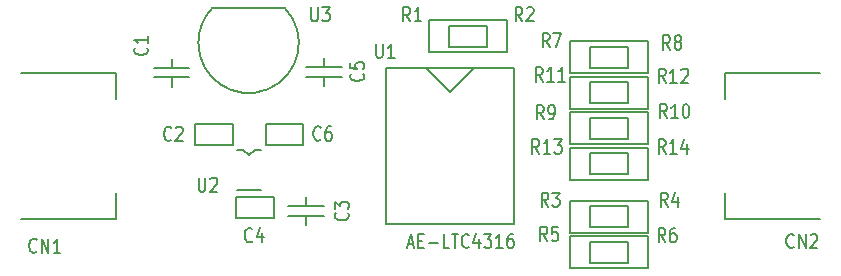
<source format=gbr>
%TF.GenerationSoftware,KiCad,Pcbnew,7.0.10*%
%TF.CreationDate,2024-03-29T17:01:24+09:00*%
%TF.ProjectId,HD-AK4316,48442d41-4b34-4333-9136-2e6b69636164,rev?*%
%TF.SameCoordinates,Original*%
%TF.FileFunction,Legend,Top*%
%TF.FilePolarity,Positive*%
%FSLAX46Y46*%
G04 Gerber Fmt 4.6, Leading zero omitted, Abs format (unit mm)*
G04 Created by KiCad (PCBNEW 7.0.10) date 2024-03-29 17:01:24*
%MOMM*%
%LPD*%
G01*
G04 APERTURE LIST*
%ADD10C,0.200000*%
%ADD11C,0.152400*%
G04 APERTURE END LIST*
D10*
X158922054Y-70799885D02*
X159398244Y-70799885D01*
X158826816Y-71142742D02*
X159160149Y-69942742D01*
X159160149Y-69942742D02*
X159493482Y-71142742D01*
X159826816Y-70514171D02*
X160160149Y-70514171D01*
X160303006Y-71142742D02*
X159826816Y-71142742D01*
X159826816Y-71142742D02*
X159826816Y-69942742D01*
X159826816Y-69942742D02*
X160303006Y-69942742D01*
X160731578Y-70685600D02*
X161493483Y-70685600D01*
X162445863Y-71142742D02*
X161969673Y-71142742D01*
X161969673Y-71142742D02*
X161969673Y-69942742D01*
X162636340Y-69942742D02*
X163207768Y-69942742D01*
X162922054Y-71142742D02*
X162922054Y-69942742D01*
X164112530Y-71028457D02*
X164064911Y-71085600D01*
X164064911Y-71085600D02*
X163922054Y-71142742D01*
X163922054Y-71142742D02*
X163826816Y-71142742D01*
X163826816Y-71142742D02*
X163683959Y-71085600D01*
X163683959Y-71085600D02*
X163588721Y-70971314D01*
X163588721Y-70971314D02*
X163541102Y-70857028D01*
X163541102Y-70857028D02*
X163493483Y-70628457D01*
X163493483Y-70628457D02*
X163493483Y-70457028D01*
X163493483Y-70457028D02*
X163541102Y-70228457D01*
X163541102Y-70228457D02*
X163588721Y-70114171D01*
X163588721Y-70114171D02*
X163683959Y-69999885D01*
X163683959Y-69999885D02*
X163826816Y-69942742D01*
X163826816Y-69942742D02*
X163922054Y-69942742D01*
X163922054Y-69942742D02*
X164064911Y-69999885D01*
X164064911Y-69999885D02*
X164112530Y-70057028D01*
X164969673Y-70342742D02*
X164969673Y-71142742D01*
X164731578Y-69885600D02*
X164493483Y-70742742D01*
X164493483Y-70742742D02*
X165112530Y-70742742D01*
X165398245Y-69942742D02*
X166017292Y-69942742D01*
X166017292Y-69942742D02*
X165683959Y-70399885D01*
X165683959Y-70399885D02*
X165826816Y-70399885D01*
X165826816Y-70399885D02*
X165922054Y-70457028D01*
X165922054Y-70457028D02*
X165969673Y-70514171D01*
X165969673Y-70514171D02*
X166017292Y-70628457D01*
X166017292Y-70628457D02*
X166017292Y-70914171D01*
X166017292Y-70914171D02*
X165969673Y-71028457D01*
X165969673Y-71028457D02*
X165922054Y-71085600D01*
X165922054Y-71085600D02*
X165826816Y-71142742D01*
X165826816Y-71142742D02*
X165541102Y-71142742D01*
X165541102Y-71142742D02*
X165445864Y-71085600D01*
X165445864Y-71085600D02*
X165398245Y-71028457D01*
X166969673Y-71142742D02*
X166398245Y-71142742D01*
X166683959Y-71142742D02*
X166683959Y-69942742D01*
X166683959Y-69942742D02*
X166588721Y-70114171D01*
X166588721Y-70114171D02*
X166493483Y-70228457D01*
X166493483Y-70228457D02*
X166398245Y-70285600D01*
X167826816Y-69942742D02*
X167636340Y-69942742D01*
X167636340Y-69942742D02*
X167541102Y-69999885D01*
X167541102Y-69999885D02*
X167493483Y-70057028D01*
X167493483Y-70057028D02*
X167398245Y-70228457D01*
X167398245Y-70228457D02*
X167350626Y-70457028D01*
X167350626Y-70457028D02*
X167350626Y-70914171D01*
X167350626Y-70914171D02*
X167398245Y-71028457D01*
X167398245Y-71028457D02*
X167445864Y-71085600D01*
X167445864Y-71085600D02*
X167541102Y-71142742D01*
X167541102Y-71142742D02*
X167731578Y-71142742D01*
X167731578Y-71142742D02*
X167826816Y-71085600D01*
X167826816Y-71085600D02*
X167874435Y-71028457D01*
X167874435Y-71028457D02*
X167922054Y-70914171D01*
X167922054Y-70914171D02*
X167922054Y-70628457D01*
X167922054Y-70628457D02*
X167874435Y-70514171D01*
X167874435Y-70514171D02*
X167826816Y-70457028D01*
X167826816Y-70457028D02*
X167731578Y-70399885D01*
X167731578Y-70399885D02*
X167541102Y-70399885D01*
X167541102Y-70399885D02*
X167445864Y-70457028D01*
X167445864Y-70457028D02*
X167398245Y-70514171D01*
X167398245Y-70514171D02*
X167350626Y-70628457D01*
X170933333Y-54144742D02*
X170600000Y-53573314D01*
X170361905Y-54144742D02*
X170361905Y-52944742D01*
X170361905Y-52944742D02*
X170742857Y-52944742D01*
X170742857Y-52944742D02*
X170838095Y-53001885D01*
X170838095Y-53001885D02*
X170885714Y-53059028D01*
X170885714Y-53059028D02*
X170933333Y-53173314D01*
X170933333Y-53173314D02*
X170933333Y-53344742D01*
X170933333Y-53344742D02*
X170885714Y-53459028D01*
X170885714Y-53459028D02*
X170838095Y-53516171D01*
X170838095Y-53516171D02*
X170742857Y-53573314D01*
X170742857Y-53573314D02*
X170361905Y-53573314D01*
X171266667Y-52944742D02*
X171933333Y-52944742D01*
X171933333Y-52944742D02*
X171504762Y-54144742D01*
X151558333Y-61930457D02*
X151510714Y-61987600D01*
X151510714Y-61987600D02*
X151367857Y-62044742D01*
X151367857Y-62044742D02*
X151272619Y-62044742D01*
X151272619Y-62044742D02*
X151129762Y-61987600D01*
X151129762Y-61987600D02*
X151034524Y-61873314D01*
X151034524Y-61873314D02*
X150986905Y-61759028D01*
X150986905Y-61759028D02*
X150939286Y-61530457D01*
X150939286Y-61530457D02*
X150939286Y-61359028D01*
X150939286Y-61359028D02*
X150986905Y-61130457D01*
X150986905Y-61130457D02*
X151034524Y-61016171D01*
X151034524Y-61016171D02*
X151129762Y-60901885D01*
X151129762Y-60901885D02*
X151272619Y-60844742D01*
X151272619Y-60844742D02*
X151367857Y-60844742D01*
X151367857Y-60844742D02*
X151510714Y-60901885D01*
X151510714Y-60901885D02*
X151558333Y-60959028D01*
X152415476Y-60844742D02*
X152225000Y-60844742D01*
X152225000Y-60844742D02*
X152129762Y-60901885D01*
X152129762Y-60901885D02*
X152082143Y-60959028D01*
X152082143Y-60959028D02*
X151986905Y-61130457D01*
X151986905Y-61130457D02*
X151939286Y-61359028D01*
X151939286Y-61359028D02*
X151939286Y-61816171D01*
X151939286Y-61816171D02*
X151986905Y-61930457D01*
X151986905Y-61930457D02*
X152034524Y-61987600D01*
X152034524Y-61987600D02*
X152129762Y-62044742D01*
X152129762Y-62044742D02*
X152320238Y-62044742D01*
X152320238Y-62044742D02*
X152415476Y-61987600D01*
X152415476Y-61987600D02*
X152463095Y-61930457D01*
X152463095Y-61930457D02*
X152510714Y-61816171D01*
X152510714Y-61816171D02*
X152510714Y-61530457D01*
X152510714Y-61530457D02*
X152463095Y-61416171D01*
X152463095Y-61416171D02*
X152415476Y-61359028D01*
X152415476Y-61359028D02*
X152320238Y-61301885D01*
X152320238Y-61301885D02*
X152129762Y-61301885D01*
X152129762Y-61301885D02*
X152034524Y-61359028D01*
X152034524Y-61359028D02*
X151986905Y-61416171D01*
X151986905Y-61416171D02*
X151939286Y-61530457D01*
X170357142Y-57044742D02*
X170023809Y-56473314D01*
X169785714Y-57044742D02*
X169785714Y-55844742D01*
X169785714Y-55844742D02*
X170166666Y-55844742D01*
X170166666Y-55844742D02*
X170261904Y-55901885D01*
X170261904Y-55901885D02*
X170309523Y-55959028D01*
X170309523Y-55959028D02*
X170357142Y-56073314D01*
X170357142Y-56073314D02*
X170357142Y-56244742D01*
X170357142Y-56244742D02*
X170309523Y-56359028D01*
X170309523Y-56359028D02*
X170261904Y-56416171D01*
X170261904Y-56416171D02*
X170166666Y-56473314D01*
X170166666Y-56473314D02*
X169785714Y-56473314D01*
X171309523Y-57044742D02*
X170738095Y-57044742D01*
X171023809Y-57044742D02*
X171023809Y-55844742D01*
X171023809Y-55844742D02*
X170928571Y-56016171D01*
X170928571Y-56016171D02*
X170833333Y-56130457D01*
X170833333Y-56130457D02*
X170738095Y-56187600D01*
X172261904Y-57044742D02*
X171690476Y-57044742D01*
X171976190Y-57044742D02*
X171976190Y-55844742D01*
X171976190Y-55844742D02*
X171880952Y-56016171D01*
X171880952Y-56016171D02*
X171785714Y-56130457D01*
X171785714Y-56130457D02*
X171690476Y-56187600D01*
X156238095Y-53844742D02*
X156238095Y-54816171D01*
X156238095Y-54816171D02*
X156285714Y-54930457D01*
X156285714Y-54930457D02*
X156333333Y-54987600D01*
X156333333Y-54987600D02*
X156428571Y-55044742D01*
X156428571Y-55044742D02*
X156619047Y-55044742D01*
X156619047Y-55044742D02*
X156714285Y-54987600D01*
X156714285Y-54987600D02*
X156761904Y-54930457D01*
X156761904Y-54930457D02*
X156809523Y-54816171D01*
X156809523Y-54816171D02*
X156809523Y-53844742D01*
X157809523Y-55044742D02*
X157238095Y-55044742D01*
X157523809Y-55044742D02*
X157523809Y-53844742D01*
X157523809Y-53844742D02*
X157428571Y-54016171D01*
X157428571Y-54016171D02*
X157333333Y-54130457D01*
X157333333Y-54130457D02*
X157238095Y-54187600D01*
X150738095Y-50744742D02*
X150738095Y-51716171D01*
X150738095Y-51716171D02*
X150785714Y-51830457D01*
X150785714Y-51830457D02*
X150833333Y-51887600D01*
X150833333Y-51887600D02*
X150928571Y-51944742D01*
X150928571Y-51944742D02*
X151119047Y-51944742D01*
X151119047Y-51944742D02*
X151214285Y-51887600D01*
X151214285Y-51887600D02*
X151261904Y-51830457D01*
X151261904Y-51830457D02*
X151309523Y-51716171D01*
X151309523Y-51716171D02*
X151309523Y-50744742D01*
X151690476Y-50744742D02*
X152309523Y-50744742D01*
X152309523Y-50744742D02*
X151976190Y-51201885D01*
X151976190Y-51201885D02*
X152119047Y-51201885D01*
X152119047Y-51201885D02*
X152214285Y-51259028D01*
X152214285Y-51259028D02*
X152261904Y-51316171D01*
X152261904Y-51316171D02*
X152309523Y-51430457D01*
X152309523Y-51430457D02*
X152309523Y-51716171D01*
X152309523Y-51716171D02*
X152261904Y-51830457D01*
X152261904Y-51830457D02*
X152214285Y-51887600D01*
X152214285Y-51887600D02*
X152119047Y-51944742D01*
X152119047Y-51944742D02*
X151833333Y-51944742D01*
X151833333Y-51944742D02*
X151738095Y-51887600D01*
X151738095Y-51887600D02*
X151690476Y-51830457D01*
X159133333Y-51944742D02*
X158800000Y-51373314D01*
X158561905Y-51944742D02*
X158561905Y-50744742D01*
X158561905Y-50744742D02*
X158942857Y-50744742D01*
X158942857Y-50744742D02*
X159038095Y-50801885D01*
X159038095Y-50801885D02*
X159085714Y-50859028D01*
X159085714Y-50859028D02*
X159133333Y-50973314D01*
X159133333Y-50973314D02*
X159133333Y-51144742D01*
X159133333Y-51144742D02*
X159085714Y-51259028D01*
X159085714Y-51259028D02*
X159038095Y-51316171D01*
X159038095Y-51316171D02*
X158942857Y-51373314D01*
X158942857Y-51373314D02*
X158561905Y-51373314D01*
X160085714Y-51944742D02*
X159514286Y-51944742D01*
X159800000Y-51944742D02*
X159800000Y-50744742D01*
X159800000Y-50744742D02*
X159704762Y-50916171D01*
X159704762Y-50916171D02*
X159609524Y-51030457D01*
X159609524Y-51030457D02*
X159514286Y-51087600D01*
X180933333Y-67644742D02*
X180600000Y-67073314D01*
X180361905Y-67644742D02*
X180361905Y-66444742D01*
X180361905Y-66444742D02*
X180742857Y-66444742D01*
X180742857Y-66444742D02*
X180838095Y-66501885D01*
X180838095Y-66501885D02*
X180885714Y-66559028D01*
X180885714Y-66559028D02*
X180933333Y-66673314D01*
X180933333Y-66673314D02*
X180933333Y-66844742D01*
X180933333Y-66844742D02*
X180885714Y-66959028D01*
X180885714Y-66959028D02*
X180838095Y-67016171D01*
X180838095Y-67016171D02*
X180742857Y-67073314D01*
X180742857Y-67073314D02*
X180361905Y-67073314D01*
X181790476Y-66844742D02*
X181790476Y-67644742D01*
X181552381Y-66387600D02*
X181314286Y-67244742D01*
X181314286Y-67244742D02*
X181933333Y-67244742D01*
X181133333Y-54344742D02*
X180800000Y-53773314D01*
X180561905Y-54344742D02*
X180561905Y-53144742D01*
X180561905Y-53144742D02*
X180942857Y-53144742D01*
X180942857Y-53144742D02*
X181038095Y-53201885D01*
X181038095Y-53201885D02*
X181085714Y-53259028D01*
X181085714Y-53259028D02*
X181133333Y-53373314D01*
X181133333Y-53373314D02*
X181133333Y-53544742D01*
X181133333Y-53544742D02*
X181085714Y-53659028D01*
X181085714Y-53659028D02*
X181038095Y-53716171D01*
X181038095Y-53716171D02*
X180942857Y-53773314D01*
X180942857Y-53773314D02*
X180561905Y-53773314D01*
X181704762Y-53659028D02*
X181609524Y-53601885D01*
X181609524Y-53601885D02*
X181561905Y-53544742D01*
X181561905Y-53544742D02*
X181514286Y-53430457D01*
X181514286Y-53430457D02*
X181514286Y-53373314D01*
X181514286Y-53373314D02*
X181561905Y-53259028D01*
X181561905Y-53259028D02*
X181609524Y-53201885D01*
X181609524Y-53201885D02*
X181704762Y-53144742D01*
X181704762Y-53144742D02*
X181895238Y-53144742D01*
X181895238Y-53144742D02*
X181990476Y-53201885D01*
X181990476Y-53201885D02*
X182038095Y-53259028D01*
X182038095Y-53259028D02*
X182085714Y-53373314D01*
X182085714Y-53373314D02*
X182085714Y-53430457D01*
X182085714Y-53430457D02*
X182038095Y-53544742D01*
X182038095Y-53544742D02*
X181990476Y-53601885D01*
X181990476Y-53601885D02*
X181895238Y-53659028D01*
X181895238Y-53659028D02*
X181704762Y-53659028D01*
X181704762Y-53659028D02*
X181609524Y-53716171D01*
X181609524Y-53716171D02*
X181561905Y-53773314D01*
X181561905Y-53773314D02*
X181514286Y-53887600D01*
X181514286Y-53887600D02*
X181514286Y-54116171D01*
X181514286Y-54116171D02*
X181561905Y-54230457D01*
X181561905Y-54230457D02*
X181609524Y-54287600D01*
X181609524Y-54287600D02*
X181704762Y-54344742D01*
X181704762Y-54344742D02*
X181895238Y-54344742D01*
X181895238Y-54344742D02*
X181990476Y-54287600D01*
X181990476Y-54287600D02*
X182038095Y-54230457D01*
X182038095Y-54230457D02*
X182085714Y-54116171D01*
X182085714Y-54116171D02*
X182085714Y-53887600D01*
X182085714Y-53887600D02*
X182038095Y-53773314D01*
X182038095Y-53773314D02*
X181990476Y-53716171D01*
X181990476Y-53716171D02*
X181895238Y-53659028D01*
X180857142Y-60144742D02*
X180523809Y-59573314D01*
X180285714Y-60144742D02*
X180285714Y-58944742D01*
X180285714Y-58944742D02*
X180666666Y-58944742D01*
X180666666Y-58944742D02*
X180761904Y-59001885D01*
X180761904Y-59001885D02*
X180809523Y-59059028D01*
X180809523Y-59059028D02*
X180857142Y-59173314D01*
X180857142Y-59173314D02*
X180857142Y-59344742D01*
X180857142Y-59344742D02*
X180809523Y-59459028D01*
X180809523Y-59459028D02*
X180761904Y-59516171D01*
X180761904Y-59516171D02*
X180666666Y-59573314D01*
X180666666Y-59573314D02*
X180285714Y-59573314D01*
X181809523Y-60144742D02*
X181238095Y-60144742D01*
X181523809Y-60144742D02*
X181523809Y-58944742D01*
X181523809Y-58944742D02*
X181428571Y-59116171D01*
X181428571Y-59116171D02*
X181333333Y-59230457D01*
X181333333Y-59230457D02*
X181238095Y-59287600D01*
X182428571Y-58944742D02*
X182523809Y-58944742D01*
X182523809Y-58944742D02*
X182619047Y-59001885D01*
X182619047Y-59001885D02*
X182666666Y-59059028D01*
X182666666Y-59059028D02*
X182714285Y-59173314D01*
X182714285Y-59173314D02*
X182761904Y-59401885D01*
X182761904Y-59401885D02*
X182761904Y-59687600D01*
X182761904Y-59687600D02*
X182714285Y-59916171D01*
X182714285Y-59916171D02*
X182666666Y-60030457D01*
X182666666Y-60030457D02*
X182619047Y-60087600D01*
X182619047Y-60087600D02*
X182523809Y-60144742D01*
X182523809Y-60144742D02*
X182428571Y-60144742D01*
X182428571Y-60144742D02*
X182333333Y-60087600D01*
X182333333Y-60087600D02*
X182285714Y-60030457D01*
X182285714Y-60030457D02*
X182238095Y-59916171D01*
X182238095Y-59916171D02*
X182190476Y-59687600D01*
X182190476Y-59687600D02*
X182190476Y-59401885D01*
X182190476Y-59401885D02*
X182238095Y-59173314D01*
X182238095Y-59173314D02*
X182285714Y-59059028D01*
X182285714Y-59059028D02*
X182333333Y-59001885D01*
X182333333Y-59001885D02*
X182428571Y-58944742D01*
X136830457Y-54166666D02*
X136887600Y-54214285D01*
X136887600Y-54214285D02*
X136944742Y-54357142D01*
X136944742Y-54357142D02*
X136944742Y-54452380D01*
X136944742Y-54452380D02*
X136887600Y-54595237D01*
X136887600Y-54595237D02*
X136773314Y-54690475D01*
X136773314Y-54690475D02*
X136659028Y-54738094D01*
X136659028Y-54738094D02*
X136430457Y-54785713D01*
X136430457Y-54785713D02*
X136259028Y-54785713D01*
X136259028Y-54785713D02*
X136030457Y-54738094D01*
X136030457Y-54738094D02*
X135916171Y-54690475D01*
X135916171Y-54690475D02*
X135801885Y-54595237D01*
X135801885Y-54595237D02*
X135744742Y-54452380D01*
X135744742Y-54452380D02*
X135744742Y-54357142D01*
X135744742Y-54357142D02*
X135801885Y-54214285D01*
X135801885Y-54214285D02*
X135859028Y-54166666D01*
X136944742Y-53214285D02*
X136944742Y-53785713D01*
X136944742Y-53499999D02*
X135744742Y-53499999D01*
X135744742Y-53499999D02*
X135916171Y-53595237D01*
X135916171Y-53595237D02*
X136030457Y-53690475D01*
X136030457Y-53690475D02*
X136087600Y-53785713D01*
X170433333Y-60244742D02*
X170100000Y-59673314D01*
X169861905Y-60244742D02*
X169861905Y-59044742D01*
X169861905Y-59044742D02*
X170242857Y-59044742D01*
X170242857Y-59044742D02*
X170338095Y-59101885D01*
X170338095Y-59101885D02*
X170385714Y-59159028D01*
X170385714Y-59159028D02*
X170433333Y-59273314D01*
X170433333Y-59273314D02*
X170433333Y-59444742D01*
X170433333Y-59444742D02*
X170385714Y-59559028D01*
X170385714Y-59559028D02*
X170338095Y-59616171D01*
X170338095Y-59616171D02*
X170242857Y-59673314D01*
X170242857Y-59673314D02*
X169861905Y-59673314D01*
X170909524Y-60244742D02*
X171100000Y-60244742D01*
X171100000Y-60244742D02*
X171195238Y-60187600D01*
X171195238Y-60187600D02*
X171242857Y-60130457D01*
X171242857Y-60130457D02*
X171338095Y-59959028D01*
X171338095Y-59959028D02*
X171385714Y-59730457D01*
X171385714Y-59730457D02*
X171385714Y-59273314D01*
X171385714Y-59273314D02*
X171338095Y-59159028D01*
X171338095Y-59159028D02*
X171290476Y-59101885D01*
X171290476Y-59101885D02*
X171195238Y-59044742D01*
X171195238Y-59044742D02*
X171004762Y-59044742D01*
X171004762Y-59044742D02*
X170909524Y-59101885D01*
X170909524Y-59101885D02*
X170861905Y-59159028D01*
X170861905Y-59159028D02*
X170814286Y-59273314D01*
X170814286Y-59273314D02*
X170814286Y-59559028D01*
X170814286Y-59559028D02*
X170861905Y-59673314D01*
X170861905Y-59673314D02*
X170909524Y-59730457D01*
X170909524Y-59730457D02*
X171004762Y-59787600D01*
X171004762Y-59787600D02*
X171195238Y-59787600D01*
X171195238Y-59787600D02*
X171290476Y-59730457D01*
X171290476Y-59730457D02*
X171338095Y-59673314D01*
X171338095Y-59673314D02*
X171385714Y-59559028D01*
X127509523Y-71430457D02*
X127461904Y-71487600D01*
X127461904Y-71487600D02*
X127319047Y-71544742D01*
X127319047Y-71544742D02*
X127223809Y-71544742D01*
X127223809Y-71544742D02*
X127080952Y-71487600D01*
X127080952Y-71487600D02*
X126985714Y-71373314D01*
X126985714Y-71373314D02*
X126938095Y-71259028D01*
X126938095Y-71259028D02*
X126890476Y-71030457D01*
X126890476Y-71030457D02*
X126890476Y-70859028D01*
X126890476Y-70859028D02*
X126938095Y-70630457D01*
X126938095Y-70630457D02*
X126985714Y-70516171D01*
X126985714Y-70516171D02*
X127080952Y-70401885D01*
X127080952Y-70401885D02*
X127223809Y-70344742D01*
X127223809Y-70344742D02*
X127319047Y-70344742D01*
X127319047Y-70344742D02*
X127461904Y-70401885D01*
X127461904Y-70401885D02*
X127509523Y-70459028D01*
X127938095Y-71544742D02*
X127938095Y-70344742D01*
X127938095Y-70344742D02*
X128509523Y-71544742D01*
X128509523Y-71544742D02*
X128509523Y-70344742D01*
X129509523Y-71544742D02*
X128938095Y-71544742D01*
X129223809Y-71544742D02*
X129223809Y-70344742D01*
X129223809Y-70344742D02*
X129128571Y-70516171D01*
X129128571Y-70516171D02*
X129033333Y-70630457D01*
X129033333Y-70630457D02*
X128938095Y-70687600D01*
X138908333Y-61955457D02*
X138860714Y-62012600D01*
X138860714Y-62012600D02*
X138717857Y-62069742D01*
X138717857Y-62069742D02*
X138622619Y-62069742D01*
X138622619Y-62069742D02*
X138479762Y-62012600D01*
X138479762Y-62012600D02*
X138384524Y-61898314D01*
X138384524Y-61898314D02*
X138336905Y-61784028D01*
X138336905Y-61784028D02*
X138289286Y-61555457D01*
X138289286Y-61555457D02*
X138289286Y-61384028D01*
X138289286Y-61384028D02*
X138336905Y-61155457D01*
X138336905Y-61155457D02*
X138384524Y-61041171D01*
X138384524Y-61041171D02*
X138479762Y-60926885D01*
X138479762Y-60926885D02*
X138622619Y-60869742D01*
X138622619Y-60869742D02*
X138717857Y-60869742D01*
X138717857Y-60869742D02*
X138860714Y-60926885D01*
X138860714Y-60926885D02*
X138908333Y-60984028D01*
X139289286Y-60984028D02*
X139336905Y-60926885D01*
X139336905Y-60926885D02*
X139432143Y-60869742D01*
X139432143Y-60869742D02*
X139670238Y-60869742D01*
X139670238Y-60869742D02*
X139765476Y-60926885D01*
X139765476Y-60926885D02*
X139813095Y-60984028D01*
X139813095Y-60984028D02*
X139860714Y-61098314D01*
X139860714Y-61098314D02*
X139860714Y-61212600D01*
X139860714Y-61212600D02*
X139813095Y-61384028D01*
X139813095Y-61384028D02*
X139241667Y-62069742D01*
X139241667Y-62069742D02*
X139860714Y-62069742D01*
X191609523Y-71030457D02*
X191561904Y-71087600D01*
X191561904Y-71087600D02*
X191419047Y-71144742D01*
X191419047Y-71144742D02*
X191323809Y-71144742D01*
X191323809Y-71144742D02*
X191180952Y-71087600D01*
X191180952Y-71087600D02*
X191085714Y-70973314D01*
X191085714Y-70973314D02*
X191038095Y-70859028D01*
X191038095Y-70859028D02*
X190990476Y-70630457D01*
X190990476Y-70630457D02*
X190990476Y-70459028D01*
X190990476Y-70459028D02*
X191038095Y-70230457D01*
X191038095Y-70230457D02*
X191085714Y-70116171D01*
X191085714Y-70116171D02*
X191180952Y-70001885D01*
X191180952Y-70001885D02*
X191323809Y-69944742D01*
X191323809Y-69944742D02*
X191419047Y-69944742D01*
X191419047Y-69944742D02*
X191561904Y-70001885D01*
X191561904Y-70001885D02*
X191609523Y-70059028D01*
X192038095Y-71144742D02*
X192038095Y-69944742D01*
X192038095Y-69944742D02*
X192609523Y-71144742D01*
X192609523Y-71144742D02*
X192609523Y-69944742D01*
X193038095Y-70059028D02*
X193085714Y-70001885D01*
X193085714Y-70001885D02*
X193180952Y-69944742D01*
X193180952Y-69944742D02*
X193419047Y-69944742D01*
X193419047Y-69944742D02*
X193514285Y-70001885D01*
X193514285Y-70001885D02*
X193561904Y-70059028D01*
X193561904Y-70059028D02*
X193609523Y-70173314D01*
X193609523Y-70173314D02*
X193609523Y-70287600D01*
X193609523Y-70287600D02*
X193561904Y-70459028D01*
X193561904Y-70459028D02*
X192990476Y-71144742D01*
X192990476Y-71144742D02*
X193609523Y-71144742D01*
X155130457Y-56366666D02*
X155187600Y-56414285D01*
X155187600Y-56414285D02*
X155244742Y-56557142D01*
X155244742Y-56557142D02*
X155244742Y-56652380D01*
X155244742Y-56652380D02*
X155187600Y-56795237D01*
X155187600Y-56795237D02*
X155073314Y-56890475D01*
X155073314Y-56890475D02*
X154959028Y-56938094D01*
X154959028Y-56938094D02*
X154730457Y-56985713D01*
X154730457Y-56985713D02*
X154559028Y-56985713D01*
X154559028Y-56985713D02*
X154330457Y-56938094D01*
X154330457Y-56938094D02*
X154216171Y-56890475D01*
X154216171Y-56890475D02*
X154101885Y-56795237D01*
X154101885Y-56795237D02*
X154044742Y-56652380D01*
X154044742Y-56652380D02*
X154044742Y-56557142D01*
X154044742Y-56557142D02*
X154101885Y-56414285D01*
X154101885Y-56414285D02*
X154159028Y-56366666D01*
X154044742Y-55461904D02*
X154044742Y-55938094D01*
X154044742Y-55938094D02*
X154616171Y-55985713D01*
X154616171Y-55985713D02*
X154559028Y-55938094D01*
X154559028Y-55938094D02*
X154501885Y-55842856D01*
X154501885Y-55842856D02*
X154501885Y-55604761D01*
X154501885Y-55604761D02*
X154559028Y-55509523D01*
X154559028Y-55509523D02*
X154616171Y-55461904D01*
X154616171Y-55461904D02*
X154730457Y-55414285D01*
X154730457Y-55414285D02*
X155016171Y-55414285D01*
X155016171Y-55414285D02*
X155130457Y-55461904D01*
X155130457Y-55461904D02*
X155187600Y-55509523D01*
X155187600Y-55509523D02*
X155244742Y-55604761D01*
X155244742Y-55604761D02*
X155244742Y-55842856D01*
X155244742Y-55842856D02*
X155187600Y-55938094D01*
X155187600Y-55938094D02*
X155130457Y-55985713D01*
X145758333Y-70530457D02*
X145710714Y-70587600D01*
X145710714Y-70587600D02*
X145567857Y-70644742D01*
X145567857Y-70644742D02*
X145472619Y-70644742D01*
X145472619Y-70644742D02*
X145329762Y-70587600D01*
X145329762Y-70587600D02*
X145234524Y-70473314D01*
X145234524Y-70473314D02*
X145186905Y-70359028D01*
X145186905Y-70359028D02*
X145139286Y-70130457D01*
X145139286Y-70130457D02*
X145139286Y-69959028D01*
X145139286Y-69959028D02*
X145186905Y-69730457D01*
X145186905Y-69730457D02*
X145234524Y-69616171D01*
X145234524Y-69616171D02*
X145329762Y-69501885D01*
X145329762Y-69501885D02*
X145472619Y-69444742D01*
X145472619Y-69444742D02*
X145567857Y-69444742D01*
X145567857Y-69444742D02*
X145710714Y-69501885D01*
X145710714Y-69501885D02*
X145758333Y-69559028D01*
X146615476Y-69844742D02*
X146615476Y-70644742D01*
X146377381Y-69387600D02*
X146139286Y-70244742D01*
X146139286Y-70244742D02*
X146758333Y-70244742D01*
X170057142Y-63144742D02*
X169723809Y-62573314D01*
X169485714Y-63144742D02*
X169485714Y-61944742D01*
X169485714Y-61944742D02*
X169866666Y-61944742D01*
X169866666Y-61944742D02*
X169961904Y-62001885D01*
X169961904Y-62001885D02*
X170009523Y-62059028D01*
X170009523Y-62059028D02*
X170057142Y-62173314D01*
X170057142Y-62173314D02*
X170057142Y-62344742D01*
X170057142Y-62344742D02*
X170009523Y-62459028D01*
X170009523Y-62459028D02*
X169961904Y-62516171D01*
X169961904Y-62516171D02*
X169866666Y-62573314D01*
X169866666Y-62573314D02*
X169485714Y-62573314D01*
X171009523Y-63144742D02*
X170438095Y-63144742D01*
X170723809Y-63144742D02*
X170723809Y-61944742D01*
X170723809Y-61944742D02*
X170628571Y-62116171D01*
X170628571Y-62116171D02*
X170533333Y-62230457D01*
X170533333Y-62230457D02*
X170438095Y-62287600D01*
X171342857Y-61944742D02*
X171961904Y-61944742D01*
X171961904Y-61944742D02*
X171628571Y-62401885D01*
X171628571Y-62401885D02*
X171771428Y-62401885D01*
X171771428Y-62401885D02*
X171866666Y-62459028D01*
X171866666Y-62459028D02*
X171914285Y-62516171D01*
X171914285Y-62516171D02*
X171961904Y-62630457D01*
X171961904Y-62630457D02*
X171961904Y-62916171D01*
X171961904Y-62916171D02*
X171914285Y-63030457D01*
X171914285Y-63030457D02*
X171866666Y-63087600D01*
X171866666Y-63087600D02*
X171771428Y-63144742D01*
X171771428Y-63144742D02*
X171485714Y-63144742D01*
X171485714Y-63144742D02*
X171390476Y-63087600D01*
X171390476Y-63087600D02*
X171342857Y-63030457D01*
X153830457Y-68166666D02*
X153887600Y-68214285D01*
X153887600Y-68214285D02*
X153944742Y-68357142D01*
X153944742Y-68357142D02*
X153944742Y-68452380D01*
X153944742Y-68452380D02*
X153887600Y-68595237D01*
X153887600Y-68595237D02*
X153773314Y-68690475D01*
X153773314Y-68690475D02*
X153659028Y-68738094D01*
X153659028Y-68738094D02*
X153430457Y-68785713D01*
X153430457Y-68785713D02*
X153259028Y-68785713D01*
X153259028Y-68785713D02*
X153030457Y-68738094D01*
X153030457Y-68738094D02*
X152916171Y-68690475D01*
X152916171Y-68690475D02*
X152801885Y-68595237D01*
X152801885Y-68595237D02*
X152744742Y-68452380D01*
X152744742Y-68452380D02*
X152744742Y-68357142D01*
X152744742Y-68357142D02*
X152801885Y-68214285D01*
X152801885Y-68214285D02*
X152859028Y-68166666D01*
X152744742Y-67833332D02*
X152744742Y-67214285D01*
X152744742Y-67214285D02*
X153201885Y-67547618D01*
X153201885Y-67547618D02*
X153201885Y-67404761D01*
X153201885Y-67404761D02*
X153259028Y-67309523D01*
X153259028Y-67309523D02*
X153316171Y-67261904D01*
X153316171Y-67261904D02*
X153430457Y-67214285D01*
X153430457Y-67214285D02*
X153716171Y-67214285D01*
X153716171Y-67214285D02*
X153830457Y-67261904D01*
X153830457Y-67261904D02*
X153887600Y-67309523D01*
X153887600Y-67309523D02*
X153944742Y-67404761D01*
X153944742Y-67404761D02*
X153944742Y-67690475D01*
X153944742Y-67690475D02*
X153887600Y-67785713D01*
X153887600Y-67785713D02*
X153830457Y-67833332D01*
X168633333Y-51944742D02*
X168300000Y-51373314D01*
X168061905Y-51944742D02*
X168061905Y-50744742D01*
X168061905Y-50744742D02*
X168442857Y-50744742D01*
X168442857Y-50744742D02*
X168538095Y-50801885D01*
X168538095Y-50801885D02*
X168585714Y-50859028D01*
X168585714Y-50859028D02*
X168633333Y-50973314D01*
X168633333Y-50973314D02*
X168633333Y-51144742D01*
X168633333Y-51144742D02*
X168585714Y-51259028D01*
X168585714Y-51259028D02*
X168538095Y-51316171D01*
X168538095Y-51316171D02*
X168442857Y-51373314D01*
X168442857Y-51373314D02*
X168061905Y-51373314D01*
X169014286Y-50859028D02*
X169061905Y-50801885D01*
X169061905Y-50801885D02*
X169157143Y-50744742D01*
X169157143Y-50744742D02*
X169395238Y-50744742D01*
X169395238Y-50744742D02*
X169490476Y-50801885D01*
X169490476Y-50801885D02*
X169538095Y-50859028D01*
X169538095Y-50859028D02*
X169585714Y-50973314D01*
X169585714Y-50973314D02*
X169585714Y-51087600D01*
X169585714Y-51087600D02*
X169538095Y-51259028D01*
X169538095Y-51259028D02*
X168966667Y-51944742D01*
X168966667Y-51944742D02*
X169585714Y-51944742D01*
X180757142Y-57144742D02*
X180423809Y-56573314D01*
X180185714Y-57144742D02*
X180185714Y-55944742D01*
X180185714Y-55944742D02*
X180566666Y-55944742D01*
X180566666Y-55944742D02*
X180661904Y-56001885D01*
X180661904Y-56001885D02*
X180709523Y-56059028D01*
X180709523Y-56059028D02*
X180757142Y-56173314D01*
X180757142Y-56173314D02*
X180757142Y-56344742D01*
X180757142Y-56344742D02*
X180709523Y-56459028D01*
X180709523Y-56459028D02*
X180661904Y-56516171D01*
X180661904Y-56516171D02*
X180566666Y-56573314D01*
X180566666Y-56573314D02*
X180185714Y-56573314D01*
X181709523Y-57144742D02*
X181138095Y-57144742D01*
X181423809Y-57144742D02*
X181423809Y-55944742D01*
X181423809Y-55944742D02*
X181328571Y-56116171D01*
X181328571Y-56116171D02*
X181233333Y-56230457D01*
X181233333Y-56230457D02*
X181138095Y-56287600D01*
X182090476Y-56059028D02*
X182138095Y-56001885D01*
X182138095Y-56001885D02*
X182233333Y-55944742D01*
X182233333Y-55944742D02*
X182471428Y-55944742D01*
X182471428Y-55944742D02*
X182566666Y-56001885D01*
X182566666Y-56001885D02*
X182614285Y-56059028D01*
X182614285Y-56059028D02*
X182661904Y-56173314D01*
X182661904Y-56173314D02*
X182661904Y-56287600D01*
X182661904Y-56287600D02*
X182614285Y-56459028D01*
X182614285Y-56459028D02*
X182042857Y-57144742D01*
X182042857Y-57144742D02*
X182661904Y-57144742D01*
X180757142Y-63144742D02*
X180423809Y-62573314D01*
X180185714Y-63144742D02*
X180185714Y-61944742D01*
X180185714Y-61944742D02*
X180566666Y-61944742D01*
X180566666Y-61944742D02*
X180661904Y-62001885D01*
X180661904Y-62001885D02*
X180709523Y-62059028D01*
X180709523Y-62059028D02*
X180757142Y-62173314D01*
X180757142Y-62173314D02*
X180757142Y-62344742D01*
X180757142Y-62344742D02*
X180709523Y-62459028D01*
X180709523Y-62459028D02*
X180661904Y-62516171D01*
X180661904Y-62516171D02*
X180566666Y-62573314D01*
X180566666Y-62573314D02*
X180185714Y-62573314D01*
X181709523Y-63144742D02*
X181138095Y-63144742D01*
X181423809Y-63144742D02*
X181423809Y-61944742D01*
X181423809Y-61944742D02*
X181328571Y-62116171D01*
X181328571Y-62116171D02*
X181233333Y-62230457D01*
X181233333Y-62230457D02*
X181138095Y-62287600D01*
X182566666Y-62344742D02*
X182566666Y-63144742D01*
X182328571Y-61887600D02*
X182090476Y-62744742D01*
X182090476Y-62744742D02*
X182709523Y-62744742D01*
X180733333Y-70644742D02*
X180400000Y-70073314D01*
X180161905Y-70644742D02*
X180161905Y-69444742D01*
X180161905Y-69444742D02*
X180542857Y-69444742D01*
X180542857Y-69444742D02*
X180638095Y-69501885D01*
X180638095Y-69501885D02*
X180685714Y-69559028D01*
X180685714Y-69559028D02*
X180733333Y-69673314D01*
X180733333Y-69673314D02*
X180733333Y-69844742D01*
X180733333Y-69844742D02*
X180685714Y-69959028D01*
X180685714Y-69959028D02*
X180638095Y-70016171D01*
X180638095Y-70016171D02*
X180542857Y-70073314D01*
X180542857Y-70073314D02*
X180161905Y-70073314D01*
X181590476Y-69444742D02*
X181400000Y-69444742D01*
X181400000Y-69444742D02*
X181304762Y-69501885D01*
X181304762Y-69501885D02*
X181257143Y-69559028D01*
X181257143Y-69559028D02*
X181161905Y-69730457D01*
X181161905Y-69730457D02*
X181114286Y-69959028D01*
X181114286Y-69959028D02*
X181114286Y-70416171D01*
X181114286Y-70416171D02*
X181161905Y-70530457D01*
X181161905Y-70530457D02*
X181209524Y-70587600D01*
X181209524Y-70587600D02*
X181304762Y-70644742D01*
X181304762Y-70644742D02*
X181495238Y-70644742D01*
X181495238Y-70644742D02*
X181590476Y-70587600D01*
X181590476Y-70587600D02*
X181638095Y-70530457D01*
X181638095Y-70530457D02*
X181685714Y-70416171D01*
X181685714Y-70416171D02*
X181685714Y-70130457D01*
X181685714Y-70130457D02*
X181638095Y-70016171D01*
X181638095Y-70016171D02*
X181590476Y-69959028D01*
X181590476Y-69959028D02*
X181495238Y-69901885D01*
X181495238Y-69901885D02*
X181304762Y-69901885D01*
X181304762Y-69901885D02*
X181209524Y-69959028D01*
X181209524Y-69959028D02*
X181161905Y-70016171D01*
X181161905Y-70016171D02*
X181114286Y-70130457D01*
X170733333Y-70544742D02*
X170400000Y-69973314D01*
X170161905Y-70544742D02*
X170161905Y-69344742D01*
X170161905Y-69344742D02*
X170542857Y-69344742D01*
X170542857Y-69344742D02*
X170638095Y-69401885D01*
X170638095Y-69401885D02*
X170685714Y-69459028D01*
X170685714Y-69459028D02*
X170733333Y-69573314D01*
X170733333Y-69573314D02*
X170733333Y-69744742D01*
X170733333Y-69744742D02*
X170685714Y-69859028D01*
X170685714Y-69859028D02*
X170638095Y-69916171D01*
X170638095Y-69916171D02*
X170542857Y-69973314D01*
X170542857Y-69973314D02*
X170161905Y-69973314D01*
X171638095Y-69344742D02*
X171161905Y-69344742D01*
X171161905Y-69344742D02*
X171114286Y-69916171D01*
X171114286Y-69916171D02*
X171161905Y-69859028D01*
X171161905Y-69859028D02*
X171257143Y-69801885D01*
X171257143Y-69801885D02*
X171495238Y-69801885D01*
X171495238Y-69801885D02*
X171590476Y-69859028D01*
X171590476Y-69859028D02*
X171638095Y-69916171D01*
X171638095Y-69916171D02*
X171685714Y-70030457D01*
X171685714Y-70030457D02*
X171685714Y-70316171D01*
X171685714Y-70316171D02*
X171638095Y-70430457D01*
X171638095Y-70430457D02*
X171590476Y-70487600D01*
X171590476Y-70487600D02*
X171495238Y-70544742D01*
X171495238Y-70544742D02*
X171257143Y-70544742D01*
X171257143Y-70544742D02*
X171161905Y-70487600D01*
X171161905Y-70487600D02*
X171114286Y-70430457D01*
X170833333Y-67644742D02*
X170500000Y-67073314D01*
X170261905Y-67644742D02*
X170261905Y-66444742D01*
X170261905Y-66444742D02*
X170642857Y-66444742D01*
X170642857Y-66444742D02*
X170738095Y-66501885D01*
X170738095Y-66501885D02*
X170785714Y-66559028D01*
X170785714Y-66559028D02*
X170833333Y-66673314D01*
X170833333Y-66673314D02*
X170833333Y-66844742D01*
X170833333Y-66844742D02*
X170785714Y-66959028D01*
X170785714Y-66959028D02*
X170738095Y-67016171D01*
X170738095Y-67016171D02*
X170642857Y-67073314D01*
X170642857Y-67073314D02*
X170261905Y-67073314D01*
X171166667Y-66444742D02*
X171785714Y-66444742D01*
X171785714Y-66444742D02*
X171452381Y-66901885D01*
X171452381Y-66901885D02*
X171595238Y-66901885D01*
X171595238Y-66901885D02*
X171690476Y-66959028D01*
X171690476Y-66959028D02*
X171738095Y-67016171D01*
X171738095Y-67016171D02*
X171785714Y-67130457D01*
X171785714Y-67130457D02*
X171785714Y-67416171D01*
X171785714Y-67416171D02*
X171738095Y-67530457D01*
X171738095Y-67530457D02*
X171690476Y-67587600D01*
X171690476Y-67587600D02*
X171595238Y-67644742D01*
X171595238Y-67644742D02*
X171309524Y-67644742D01*
X171309524Y-67644742D02*
X171214286Y-67587600D01*
X171214286Y-67587600D02*
X171166667Y-67530457D01*
X141213095Y-65169742D02*
X141213095Y-66141171D01*
X141213095Y-66141171D02*
X141260714Y-66255457D01*
X141260714Y-66255457D02*
X141308333Y-66312600D01*
X141308333Y-66312600D02*
X141403571Y-66369742D01*
X141403571Y-66369742D02*
X141594047Y-66369742D01*
X141594047Y-66369742D02*
X141689285Y-66312600D01*
X141689285Y-66312600D02*
X141736904Y-66255457D01*
X141736904Y-66255457D02*
X141784523Y-66141171D01*
X141784523Y-66141171D02*
X141784523Y-65169742D01*
X142213095Y-65284028D02*
X142260714Y-65226885D01*
X142260714Y-65226885D02*
X142355952Y-65169742D01*
X142355952Y-65169742D02*
X142594047Y-65169742D01*
X142594047Y-65169742D02*
X142689285Y-65226885D01*
X142689285Y-65226885D02*
X142736904Y-65284028D01*
X142736904Y-65284028D02*
X142784523Y-65398314D01*
X142784523Y-65398314D02*
X142784523Y-65512600D01*
X142784523Y-65512600D02*
X142736904Y-65684028D01*
X142736904Y-65684028D02*
X142165476Y-66369742D01*
X142165476Y-66369742D02*
X142784523Y-66369742D01*
%TO.C,R7*%
X179300000Y-56350000D02*
X179300000Y-53650000D01*
X179300000Y-53650000D02*
X172700000Y-53650000D01*
X172700000Y-56350000D02*
X179300000Y-56350000D01*
X172700000Y-53650000D02*
X172700000Y-56350000D01*
%TO.C,C6*%
X150100000Y-60600000D02*
X146900000Y-60600000D01*
X146900000Y-60600000D02*
X146900000Y-62400000D01*
X146900000Y-62400000D02*
X150100000Y-62400000D01*
X150100000Y-62400000D02*
X150100000Y-60600000D01*
%TO.C,R11*%
X172700000Y-56650000D02*
X172700000Y-59350000D01*
X172700000Y-59350000D02*
X179300000Y-59350000D01*
X179300000Y-56650000D02*
X172700000Y-56650000D01*
X179300000Y-59350000D02*
X179300000Y-56650000D01*
%TO.C,U1*%
X164500000Y-55900000D02*
X162500000Y-57900000D01*
X160500000Y-55900000D02*
X162500000Y-57900000D01*
X167900000Y-55900000D02*
X157100000Y-55900000D01*
X157100000Y-55900000D02*
X157100000Y-69100000D01*
X157100000Y-69100000D02*
X167900000Y-69100000D01*
X167900000Y-69100000D02*
X167900000Y-55900000D01*
D11*
%TO.C,U3*%
X148428414Y-50780500D02*
X142471586Y-50780500D01*
X141195501Y-53765000D02*
G75*
G03*
X148520060Y-50819580I4254499J0D01*
G01*
X142379939Y-50819581D02*
G75*
G03*
X141195500Y-53765000I3070064J-2945421D01*
G01*
D10*
%TO.C,R1*%
X160699999Y-51850000D02*
X160699999Y-54550000D01*
X160699999Y-54550000D02*
X167299999Y-54550000D01*
X167299999Y-51850000D02*
X160699999Y-51850000D01*
X167299999Y-54550000D02*
X167299999Y-51850000D01*
%TO.C,R4*%
X177600000Y-67600000D02*
X174400000Y-67600000D01*
X174400000Y-67600000D02*
X174400000Y-69400000D01*
X174400000Y-69400000D02*
X177600000Y-69400000D01*
X177600000Y-69400000D02*
X177600000Y-67600000D01*
%TO.C,R8*%
X177600000Y-54100000D02*
X174400000Y-54100000D01*
X174400000Y-54100000D02*
X174400000Y-55900000D01*
X174400000Y-55900000D02*
X177600000Y-55900000D01*
X177600000Y-55900000D02*
X177600000Y-54100000D01*
%TO.C,R10*%
X177600000Y-60100000D02*
X174400000Y-60100000D01*
X174400000Y-60100000D02*
X174400000Y-61900000D01*
X174400000Y-61900000D02*
X177600000Y-61900000D01*
X177600000Y-61900000D02*
X177600000Y-60100000D01*
%TO.C,C1*%
X138925000Y-55100000D02*
X138925000Y-55900000D01*
X140425000Y-55900000D02*
X137425000Y-55900000D01*
X140425000Y-56700000D02*
X137425000Y-56700000D01*
X138925000Y-57500000D02*
X138925000Y-56700000D01*
%TO.C,R9*%
X179300000Y-62350000D02*
X179300000Y-59650000D01*
X179300000Y-59650000D02*
X172700000Y-59650000D01*
X172700000Y-62350000D02*
X179300000Y-62350000D01*
X172700000Y-59650000D02*
X172700000Y-62350000D01*
%TO.C,CN1*%
X134200000Y-56300000D02*
X134200000Y-58500000D01*
X126200000Y-56300000D02*
X134200000Y-56300000D01*
X134200000Y-68700000D02*
X134200000Y-66500000D01*
X126200000Y-68700000D02*
X134200000Y-68700000D01*
%TO.C,C2*%
X140900000Y-62400000D02*
X144100000Y-62400000D01*
X144100000Y-62400000D02*
X144100000Y-60600000D01*
X144100000Y-60600000D02*
X140900000Y-60600000D01*
X140900000Y-60600000D02*
X140900000Y-62400000D01*
%TO.C,CN2*%
X185800000Y-68700000D02*
X185800000Y-66500000D01*
X193800000Y-68700000D02*
X185800000Y-68700000D01*
X185800000Y-56300000D02*
X185800000Y-58500000D01*
X193800000Y-56300000D02*
X185800000Y-56300000D01*
%TO.C,C5*%
X151825000Y-57450000D02*
X151825000Y-56650000D01*
X150325000Y-56650000D02*
X153325000Y-56650000D01*
X150325000Y-55850000D02*
X153325000Y-55850000D01*
X151825000Y-55050000D02*
X151825000Y-55850000D01*
%TO.C,C4*%
X147600000Y-66800000D02*
X144400000Y-66800000D01*
X144400000Y-66800000D02*
X144400000Y-68600000D01*
X144400000Y-68600000D02*
X147600000Y-68600000D01*
X147600000Y-68600000D02*
X147600000Y-66800000D01*
%TO.C,R13*%
X172700000Y-62650000D02*
X172700000Y-65350000D01*
X172700000Y-65350000D02*
X179300000Y-65350000D01*
X179300000Y-62650000D02*
X172700000Y-62650000D01*
X179300000Y-65350000D02*
X179300000Y-62650000D01*
%TO.C,C3*%
X150300000Y-66800000D02*
X150300000Y-67600000D01*
X151800000Y-67600000D02*
X148800000Y-67600000D01*
X151800000Y-68400000D02*
X148800000Y-68400000D01*
X150300000Y-69200000D02*
X150300000Y-68400000D01*
%TO.C,R2*%
X162399999Y-54100000D02*
X165599999Y-54100000D01*
X165599999Y-54100000D02*
X165599999Y-52300000D01*
X165599999Y-52300000D02*
X162399999Y-52300000D01*
X162399999Y-52300000D02*
X162399999Y-54100000D01*
%TO.C,R12*%
X174400000Y-58900000D02*
X177600000Y-58900000D01*
X177600000Y-58900000D02*
X177600000Y-57100000D01*
X177600000Y-57100000D02*
X174400000Y-57100000D01*
X174400000Y-57100000D02*
X174400000Y-58900000D01*
%TO.C,R14*%
X174400000Y-64900000D02*
X177600000Y-64900000D01*
X177600000Y-64900000D02*
X177600000Y-63100000D01*
X177600000Y-63100000D02*
X174400000Y-63100000D01*
X174400000Y-63100000D02*
X174400000Y-64900000D01*
%TO.C,R6*%
X177600000Y-70600000D02*
X174400000Y-70600000D01*
X174400000Y-70600000D02*
X174400000Y-72400000D01*
X174400000Y-72400000D02*
X177600000Y-72400000D01*
X177600000Y-72400000D02*
X177600000Y-70600000D01*
%TO.C,R5*%
X179300000Y-72850000D02*
X179300000Y-70150000D01*
X179300000Y-70150000D02*
X172700000Y-70150000D01*
X172700000Y-72850000D02*
X179300000Y-72850000D01*
X172700000Y-70150000D02*
X172700000Y-72850000D01*
%TO.C,R3*%
X179300000Y-69850000D02*
X179300000Y-67150000D01*
X179300000Y-67150000D02*
X172700000Y-67150000D01*
X172700000Y-69850000D02*
X179300000Y-69850000D01*
X172700000Y-67150000D02*
X172700000Y-69850000D01*
%TO.C,U2*%
X146500000Y-62800000D02*
X146000000Y-62800000D01*
X146000000Y-62800000D02*
X145500000Y-63300000D01*
X145000000Y-62800000D02*
X144500000Y-62800000D01*
X145000000Y-62800000D02*
X145500000Y-63300000D01*
X146500000Y-66200000D02*
X144500000Y-66200000D01*
%TD*%
M02*

</source>
